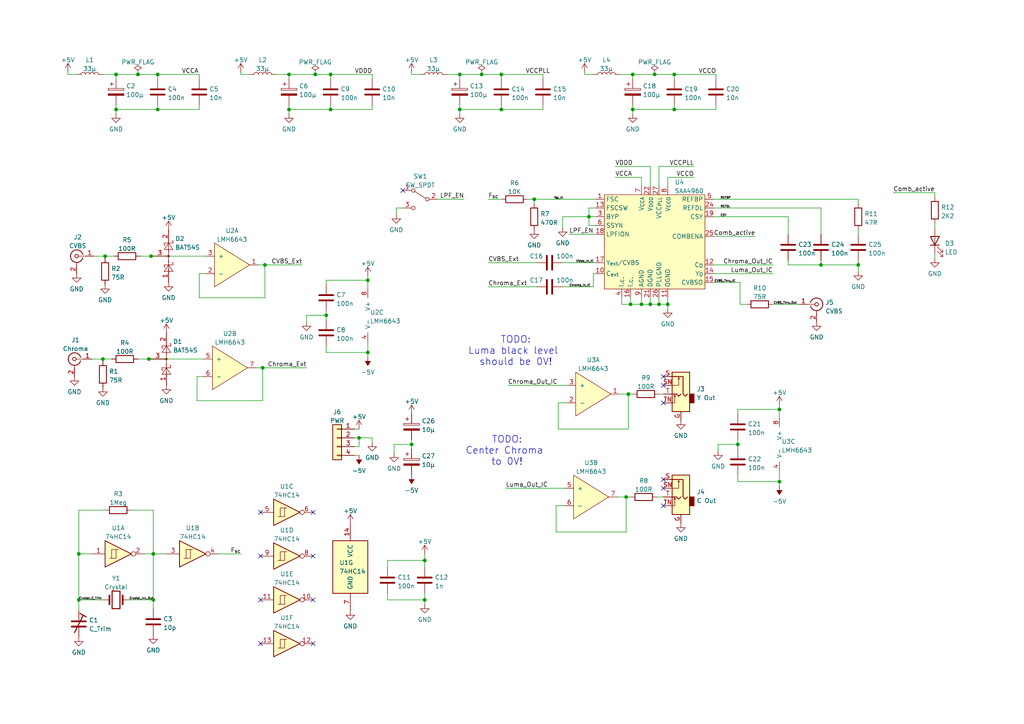
<source format=kicad_sch>
(kicad_sch (version 20250114) (generator "eeschema") (generator_version "9.0")
  (paper "A4")
  (lib_symbols
    (symbol "74xx:74HC14" (pin_names (offset 1.016))
      (property "Reference" "U" (at 0 1.27 0))
      (property "Value" "74HC14" (at 0 -1.27 0))
      (symbol "74HC14_1_0"
        (pin input line (at -7.62 0 0) (length 3.81) (name "~") (number "1"))
        (pin output inverted (at 7.62 0 180) (length 3.81) (name "~") (number "2"))
      )
      (symbol "74HC14_2_0"
        (pin input line (at -7.62 0 0) (length 3.81) (name "~") (number "3"))
        (pin output inverted (at 7.62 0 180) (length 3.81) (name "~") (number "4"))
      )
      (symbol "74HC14_3_0"
        (pin input line (at -7.62 0 0) (length 3.81) (name "~") (number "5"))
        (pin output inverted (at 7.62 0 180) (length 3.81) (name "~") (number "6"))
      )
      (symbol "74HC14_4_0"
        (pin input line (at -7.62 0 0) (length 3.81) (name "~") (number "9"))
        (pin output inverted (at 7.62 0 180) (length 3.81) (name "~") (number "8"))
      )
      (symbol "74HC14_5_0"
        (pin input line (at -7.62 0 0) (length 3.81) (name "~") (number "11"))
        (pin output inverted (at 7.62 0 180) (length 3.81) (name "~") (number "10"))
      )
      (symbol "74HC14_6_0"
        (pin input line (at -7.62 0 0) (length 3.81) (name "~") (number "13"))
        (pin output inverted (at 7.62 0 180) (length 3.81) (name "~") (number "12"))
      )
      (symbol "74HC14_7_0"
        (pin power_in line (at 0 12.7 270) (length 5.08) (name "VCC") (number "14"))
        (pin power_in line (at 0 -12.7 90) (length 5.08) (name "GND") (number "7"))
      )
    )
    (symbol "Connector:AudioJack2_Ground_Switch"
      (property "Reference" "J" (at 0 11.43 0))
      (property "Value" "AudioJack2_Ground_Switch" (at 0 8.89 0))
      (symbol "AudioJack2_Ground_Switch_1_1"
        (pin passive line (at 0 -7.62 90) (length 2.54) (name "~") (number "G"))
        (pin passive line (at 5.08 5.08 180) (length 2.54) (name "~") (number "S"))
        (pin passive line (at 5.08 2.54 180) (length 2.54) (name "~") (number "SN"))
        (pin passive line (at 5.08 0 180) (length 2.54) (name "~") (number "T"))
        (pin passive line (at 5.08 -2.54 180) (length 2.54) (name "~") (number "TN"))
      )
    )
    (symbol "Connector:Conn_Coaxial" (pin_names (offset 1.016) (hide yes))
      (property "Reference" "J" (at 0.254 3.048 0))
      (property "Value" "Conn_Coaxial" (at 2.921 0 90))
      (symbol "Conn_Coaxial_1_1"
        (pin passive line (at -5.08 0 0) (length 2.54) (name "In") (number "1"))
        (pin passive line (at 0 -5.08 90) (length 2.54) (name "Ext") (number "2"))
      )
    )
    (symbol "Connector_Generic:Conn_01x04" (pin_names (offset 1.016) (hide yes))
      (property "Reference" "J" (at 0 5.08 0))
      (property "Value" "Conn_01x04" (at 0 -7.62 0))
      (symbol "Conn_01x04_1_1"
        (pin passive line (at -5.08 2.54 0) (length 3.81) (name "Pin_1") (number "1"))
        (pin passive line (at -5.08 0 0) (length 3.81) (name "Pin_2") (number "2"))
        (pin passive line (at -5.08 -2.54 0) (length 3.81) (name "Pin_3") (number "3"))
        (pin passive line (at -5.08 -5.08 0) (length 3.81) (name "Pin_4") (number "4"))
      )
    )
    (symbol "Device:C" (pin_numbers (hide yes)) (pin_names (offset 0.254))
      (property "Reference" "C" (at 0.635 2.54 0))
      (property "Value" "C" (at 0.635 -2.54 0))
      (symbol "C_1_1"
        (pin passive line (at 0 3.81 270) (length 2.794) (name "~") (number "1"))
        (pin passive line (at 0 -3.81 90) (length 2.794) (name "~") (number "2"))
      )
    )
    (symbol "Device:C_Polarized" (pin_numbers (hide yes)) (pin_names (offset 0.254))
      (property "Reference" "C" (at 0.635 2.54 0))
      (property "Value" "C_Polarized" (at 0.635 -2.54 0))
      (symbol "C_Polarized_1_1"
        (pin passive line (at 0 3.81 270) (length 2.794) (name "~") (number "1"))
        (pin passive line (at 0 -3.81 90) (length 2.794) (name "~") (number "2"))
      )
    )
    (symbol "Device:C_Trim" (pin_numbers (hide yes)) (pin_names (offset 0.254) (hide yes))
      (property "Reference" "C" (at 1.524 -2.032 0))
      (property "Value" "C_Trim" (at 3.048 -3.556 0))
      (symbol "C_Trim_1_1"
        (pin passive line (at 0 3.81 270) (length 3.048) (name "~") (number "1"))
        (pin passive line (at 0 -3.81 90) (length 3.048) (name "~") (number "2"))
      )
    )
    (symbol "Device:Crystal" (pin_numbers (hide yes)) (pin_names (offset 1.016) (hide yes))
      (property "Reference" "Y" (at 0 3.81 0))
      (property "Value" "Crystal" (at 0 -3.81 0))
      (symbol "Crystal_1_1"
        (pin passive line (at -3.81 0 0) (length 1.27) (name "1") (number "1"))
        (pin passive line (at 3.81 0 180) (length 1.27) (name "2") (number "2"))
      )
    )
    (symbol "Device:L" (pin_numbers (hide yes)) (pin_names (offset 1.016) (hide yes))
      (property "Reference" "L" (at -1.27 0 90))
      (property "Value" "L" (at 1.905 0 90))
      (symbol "L_1_1"
        (pin passive line (at 0 3.81 270) (length 1.27) (name "1") (number "1"))
        (pin passive line (at 0 -3.81 90) (length 1.27) (name "2") (number "2"))
      )
    )
    (symbol "Device:LED" (pin_numbers (hide yes)) (pin_names (offset 1.016) (hide yes))
      (property "Reference" "D" (at 0 2.54 0))
      (property "Value" "LED" (at 0 -2.54 0))
      (symbol "LED_1_1"
        (pin passive line (at -3.81 0 0) (length 2.54) (name "K") (number "1"))
        (pin passive line (at 3.81 0 180) (length 2.54) (name "A") (number "2"))
      )
    )
    (symbol "Device:R" (pin_numbers (hide yes)) (pin_names (offset 0))
      (property "Reference" "R" (at 2.032 0 90))
      (property "Value" "R" (at 0 0 90))
      (symbol "R_1_1"
        (pin passive line (at 0 3.81 270) (length 1.27) (name "~") (number "1"))
        (pin passive line (at 0 -3.81 90) (length 1.27) (name "~") (number "2"))
      )
    )
    (symbol "Diode:BAT54S" (pin_names (offset 1.016))
      (property "Reference" "D" (at 0.635 -3.81 0))
      (property "Value" "BAT54S" (at -6.35 3.175 0))
      (symbol "BAT54S_1_1"
        (pin passive line (at -7.62 0 0) (length 3.81) (name "~") (number "1"))
        (pin passive line (at 0 -5.08 90) (length 5.08) (name "~") (number "3"))
        (pin passive line (at 7.62 0 180) (length 3.81) (name "~") (number "2"))
      )
    )
    (symbol "Switch:SW_SPDT" (pin_names (offset 0) (hide yes))
      (property "Reference" "SW" (at 0 4.318 0))
      (property "Value" "SW_SPDT" (at 0 -5.08 0))
      (symbol "SW_SPDT_1_1"
        (pin passive line (at -5.08 0 0) (length 2.54) (name "B") (number "2"))
        (pin passive line (at 5.08 2.54 180) (length 2.54) (name "A") (number "1"))
        (pin passive line (at 5.08 -2.54 180) (length 2.54) (name "C") (number "3"))
      )
    )
    (symbol "Video_Module:LMH6643" (pin_names (offset 1.016))
      (property "Reference" "U" (at 6.35 8.89 0))
      (property "Value" "LMH6643" (at 7.62 6.35 0))
      (symbol "LMH6643_1_1"
        (pin input line (at -6.35 2.54 0) (length 2.54) (name "+") (number "3"))
        (pin input line (at -6.35 -2.54 0) (length 2.54) (name "-") (number "2"))
        (pin input line (at 8.89 0 180) (length 2.54) (name "~") (number "1"))
      )
      (symbol "LMH6643_2_1"
        (pin input line (at -6.35 2.54 0) (length 2.54) (name "+") (number "5"))
        (pin input line (at -6.35 -2.54 0) (length 2.54) (name "-") (number "6"))
        (pin input line (at 8.89 0 180) (length 2.54) (name "~") (number "7"))
      )
      (symbol "LMH6643_3_1"
        (pin input line (at 0 7.62 270) (length 2.54) (name "V+") (number "8"))
        (pin input line (at 0 -7.62 90) (length 2.54) (name "V-") (number "4"))
      )
    )
    (symbol "Video_Module:SAA4960"
      (property "Reference" "U" (at -11.43 17.78 0))
      (property "Value" "SAA4960" (at -11.43 15.24 0))
      (symbol "SAA4960_1_1"
        (pin input line (at -17.145 12.065 0) (length 2.54) (name "FSC") (number "1"))
        (pin input line (at -17.145 9.525 0) (length 2.54) (name "FSCSW") (number "13"))
        (pin input line (at -17.145 6.985 0) (length 2.54) (name "BYP") (number "3"))
        (pin input line (at -17.145 4.445 0) (length 2.54) (name "SSYN") (number "6"))
        (pin input line (at -17.145 1.905 0) (length 2.54) (name "LPFION") (number "18"))
        (pin input line (at -17.145 -6.35 0) (length 2.54) (name "Y_{ext}/CVBS") (number "17"))
        (pin input line (at -17.145 -9.525 0) (length 2.54) (name "C_{ext}") (number "10"))
        (pin no_connect line (at -12.7 -16.51 90) (length 2.54) (hide yes) (name "") (number "2"))
        (pin no_connect line (at -12.7 -16.51 90) (length 2.54) (hide yes) (name "") (number "20"))
        (pin no_connect line (at -12.7 -16.51 90) (length 2.54) (hide yes) (name "") (number "23"))
        (pin no_connect line (at -12.7 -16.51 90) (length 2.54) (hide yes) (name "") (number "28"))
        (pin free line (at -9.525 -16.51 90) (length 2.54) (name "i.c.") (number "4"))
        (pin free line (at -6.985 -16.51 90) (length 2.54) (name "i.c.") (number "16"))
        (pin input line (at -3.81 15.875 270) (length 2.54) (name "V_{CCA}") (number "7"))
        (pin input line (at -3.81 -16.51 90) (length 2.54) (name "AGND") (number "9"))
        (pin input line (at -1.27 15.875 270) (length 2.54) (name "V_{DDD}") (number "22"))
        (pin input line (at -1.27 -16.51 90) (length 2.54) (name "DGND") (number "21"))
        (pin input line (at 1.27 15.875 270) (length 2.54) (name "VCC_{PLL}") (number "27"))
        (pin input line (at 1.27 -16.51 90) (length 2.54) (name "PLLGND") (number "26"))
        (pin input line (at 3.81 15.875 270) (length 2.54) (name "V_{CCO}") (number "8"))
        (pin input line (at 3.81 -16.51 90) (length 2.54) (name "OGND") (number "11"))
        (pin input line (at 17.145 12.065 180) (length 2.54) (name "REFBP") (number "5"))
        (pin input line (at 17.145 9.525 180) (length 2.54) (name "REFDL") (number "24"))
        (pin input line (at 17.145 6.985 180) (length 2.54) (name "CSY") (number "19"))
        (pin input line (at 17.145 1.27 180) (length 2.54) (name "COMBENA") (number "25"))
        (pin input line (at 17.145 -6.985 180) (length 2.54) (name "C_{O}") (number "12"))
        (pin input line (at 17.145 -9.525 180) (length 2.54) (name "Y_{O}") (number "14"))
        (pin input line (at 17.145 -12.065 180) (length 2.54) (name "CVBSO") (number "15"))
      )
    )
    (symbol "power:+5V" (power) (pin_names (offset 0))
      (property "Value" "+5V" (at 0 3.556 0))
      (symbol "+5V_1_1"
        (pin power_in line (at 0 0 90) (length 0) (hide yes) (name "+5V") (number "1"))
      )
    )
    (symbol "power:-5V" (power) (pin_names (offset 0))
      (property "Value" "-5V" (at 0 3.81 0))
      (symbol "-5V_0_0"
        (pin power_in line (at 0 0 90) (length 0) (hide yes) (name "-5V") (number "1"))
      )
    )
    (symbol "power:GND" (power) (pin_names (offset 0))
      (property "Value" "GND" (at 0 -3.81 0))
      (symbol "GND_1_1"
        (pin power_in line (at 0 0 270) (length 0) (hide yes) (name "GND") (number "1"))
      )
    )
    (symbol "power:PWR_FLAG" (power) (pin_numbers (hide yes)) (pin_names (offset 0) (hide yes))
      (property "Value" "PWR_FLAG" (at 0 3.81 0))
      (symbol "PWR_FLAG_0_0"
        (pin power_out line (at 0 0 90) (length 0) (name "pwr") (number "1"))
      )
    )
  )
  (text "TODO:\nCenter Chroma \nto 0V!" (at 147.066 130.81 0) (effects (font (size 2 2))))
  (text "TODO:\nLuma black level \nshould be 0V!" (at 149.606 101.854 0) (effects (font (size 2 2))))
  (junction (at 248.92 76.835))
  (junction (at 76.835 76.835))
  (junction (at 213.995 128.905))
  (junction (at 83.82 21.59))
  (junction (at 226.06 139.7))
  (junction (at 186.055 88.265))
  (junction (at 182.88 88.265))
  (junction (at 133.35 31.75))
  (junction (at 123.19 162.56))
  (junction (at 45.72 31.75))
  (junction (at 195.58 21.59))
  (junction (at 145.415 21.59))
  (junction (at 170.815 62.865))
  (junction (at 95.885 21.59))
  (junction (at 45.72 21.59))
  (junction (at 22.86 173.99))
  (junction (at 106.68 81.28))
  (junction (at 83.82 31.75))
  (junction (at 43.815 74.295))
  (junction (at 95.885 31.75))
  (junction (at 30.48 74.295))
  (junction (at 106.68 102.235))
  (junction (at 183.515 31.75))
  (junction (at 145.415 31.75))
  (junction (at 188.595 88.265))
  (junction (at 29.845 104.14))
  (junction (at 189.865 21.59))
  (junction (at 191.135 88.265))
  (junction (at 181.61 144.145))
  (junction (at 40.005 21.59))
  (junction (at 119.38 128.905))
  (junction (at 91.44 21.59))
  (junction (at 238.125 76.835))
  (junction (at 43.18 104.14))
  (junction (at 133.35 21.59))
  (junction (at 22.86 160.655))
  (junction (at 183.515 21.59))
  (junction (at 33.655 21.59))
  (junction (at 94.615 91.44))
  (junction (at 154.94 57.785))
  (junction (at 123.19 173.99))
  (junction (at 44.45 160.655))
  (junction (at 33.655 31.75))
  (junction (at 182.245 114.3))
  (junction (at 139.7 21.59))
  (junction (at 104.14 127))
  (junction (at 193.675 88.265))
  (junction (at 76.2 106.68))
  (junction (at 226.06 118.745))
  (junction (at 44.45 173.99))
  (junction (at 195.58 31.75))
  (no_connect (at 75.565 186.69))
  (no_connect (at 192.405 111.76))
  (no_connect (at 90.805 148.59))
  (no_connect (at 192.405 139.065))
  (no_connect (at 90.805 186.69))
  (no_connect (at 75.565 161.29))
  (no_connect (at 90.805 161.29))
  (no_connect (at 192.405 141.605))
  (no_connect (at 75.565 173.99))
  (no_connect (at 192.405 109.22))
  (no_connect (at 192.405 146.685))
  (no_connect (at 90.805 173.99))
  (no_connect (at 192.405 116.84))
  (no_connect (at 75.565 148.59))
  (no_connect (at 116.84 55.245))
  (wire (pts (xy 248.92 76.835) (xy 248.92 78.74)))
  (wire (pts (xy 95.885 31.75) (xy 95.885 30.48)))
  (wire (pts (xy 40.005 21.59) (xy 33.655 21.59)))
  (wire (pts (xy 172.72 60.325) (xy 170.815 60.325)))
  (wire (pts (xy 95.885 21.59) (xy 91.44 21.59)))
  (wire (pts (xy 104.14 127) (xy 104.14 129.54)))
  (wire (pts (xy 208.28 128.905) (xy 208.28 130.81)))
  (wire (pts (xy 182.245 114.3) (xy 179.705 114.3)))
  (wire (pts (xy 57.15 116.205) (xy 76.2 116.205)))
  (wire (pts (xy 178.435 48.26) (xy 188.595 48.26)))
  (wire (pts (xy 94.615 102.235) (xy 94.615 100.33)))
  (wire (pts (xy 57.785 86.36) (xy 76.835 86.36)))
  (wire (pts (xy 248.92 76.835) (xy 238.125 76.835)))
  (wire (pts (xy 164.465 111.76) (xy 147.32 111.76)))
  (wire (pts (xy 207.645 22.86) (xy 207.645 21.59)))
  (wire (pts (xy 104.14 127) (xy 107.95 127)))
  (wire (pts (xy 27.305 74.295) (xy 30.48 74.295)))
  (wire (pts (xy 45.72 31.75) (xy 45.72 30.48)))
  (wire (pts (xy 133.35 31.75) (xy 145.415 31.75)))
  (wire (pts (xy 226.06 139.7) (xy 213.995 139.7)))
  (wire (pts (xy 228.6 76.835) (xy 228.6 75.565)))
  (wire (pts (xy 214.63 88.265) (xy 214.63 81.915)))
  (wire (pts (xy 213.995 127.635) (xy 213.995 128.905)))
  (wire (pts (xy 163.83 146.685) (xy 161.29 146.685)))
  (wire (pts (xy 30.48 147.955) (xy 22.86 147.955)))
  (wire (pts (xy 76.835 76.835) (xy 74.93 76.835)))
  (wire (pts (xy 133.35 31.75) (xy 133.35 33.02)))
  (wire (pts (xy 33.655 30.48) (xy 33.655 31.75)))
  (wire (pts (xy 22.86 173.99) (xy 29.845 173.99)))
  (wire (pts (xy 145.415 31.75) (xy 157.48 31.75)))
  (wire (pts (xy 163.195 62.865) (xy 170.815 62.865)))
  (wire (pts (xy 193.675 51.435) (xy 193.675 53.975)))
  (wire (pts (xy 40.005 104.14) (xy 43.18 104.14)))
  (wire (pts (xy 216.535 88.265) (xy 214.63 88.265)))
  (wire (pts (xy 88.9 91.44) (xy 88.9 93.345)))
  (wire (pts (xy 119.38 21.59) (xy 121.92 21.59)))
  (wire (pts (xy 170.815 60.325) (xy 170.815 62.865)))
  (wire (pts (xy 207.01 81.915) (xy 214.63 81.915)))
  (wire (pts (xy 57.785 21.59) (xy 45.72 21.59)))
  (wire (pts (xy 69.85 20.955) (xy 69.85 21.59)))
  (wire (pts (xy 193.675 88.265) (xy 193.675 89.535)))
  (wire (pts (xy 37.465 173.99) (xy 44.45 173.99)))
  (wire (pts (xy 107.95 21.59) (xy 95.885 21.59)))
  (wire (pts (xy 153.035 57.785) (xy 154.94 57.785)))
  (wire (pts (xy 22.86 147.955) (xy 22.86 160.655)))
  (wire (pts (xy 106.68 102.235) (xy 94.615 102.235)))
  (wire (pts (xy 29.845 104.14) (xy 32.385 104.14)))
  (wire (pts (xy 107.95 31.75) (xy 107.95 30.48)))
  (wire (pts (xy 76.835 86.36) (xy 76.835 76.835)))
  (wire (pts (xy 207.01 62.865) (xy 228.6 62.865)))
  (wire (pts (xy 201.295 51.435) (xy 193.675 51.435)))
  (wire (pts (xy 91.44 21.59) (xy 83.82 21.59)))
  (wire (pts (xy 145.415 21.59) (xy 139.7 21.59)))
  (wire (pts (xy 119.38 20.955) (xy 119.38 21.59)))
  (wire (pts (xy 238.125 76.835) (xy 228.6 76.835)))
  (wire (pts (xy 207.01 57.785) (xy 248.92 57.785)))
  (wire (pts (xy 172.085 83.185) (xy 163.195 83.185)))
  (wire (pts (xy 163.195 76.2) (xy 172.72 76.2)))
  (wire (pts (xy 157.48 22.86) (xy 157.48 21.59)))
  (wire (pts (xy 104.14 129.54) (xy 102.87 129.54)))
  (wire (pts (xy 207.645 31.75) (xy 207.645 30.48)))
  (wire (pts (xy 94.615 91.44) (xy 94.615 92.71)))
  (wire (pts (xy 44.45 173.99) (xy 44.45 176.53)))
  (wire (pts (xy 170.815 62.865) (xy 172.72 62.865)))
  (wire (pts (xy 69.85 21.59) (xy 72.39 21.59)))
  (wire (pts (xy 141.605 83.185) (xy 155.575 83.185)))
  (wire (pts (xy 179.705 21.59) (xy 183.515 21.59)))
  (wire (pts (xy 213.995 128.905) (xy 213.995 130.175)))
  (wire (pts (xy 123.19 162.56) (xy 112.395 162.56)))
  (wire (pts (xy 19.685 21.59) (xy 22.225 21.59)))
  (wire (pts (xy 19.685 20.955) (xy 19.685 21.59)))
  (wire (pts (xy 271.145 55.88) (xy 271.145 57.15)))
  (wire (pts (xy 181.61 144.145) (xy 179.07 144.145)))
  (wire (pts (xy 191.135 114.3) (xy 192.405 114.3)))
  (wire (pts (xy 83.82 21.59) (xy 83.82 22.86)))
  (wire (pts (xy 182.88 144.145) (xy 181.61 144.145)))
  (wire (pts (xy 207.01 68.58) (xy 219.075 68.58)))
  (wire (pts (xy 95.885 31.75) (xy 107.95 31.75)))
  (wire (pts (xy 226.06 121.285) (xy 226.06 118.745)))
  (wire (pts (xy 29.845 21.59) (xy 33.655 21.59)))
  (wire (pts (xy 83.82 30.48) (xy 83.82 31.75)))
  (wire (pts (xy 44.45 147.955) (xy 44.45 160.655)))
  (wire (pts (xy 195.58 31.75) (xy 195.58 30.48)))
  (wire (pts (xy 107.95 22.86) (xy 107.95 21.59)))
  (wire (pts (xy 226.06 136.525) (xy 226.06 139.7)))
  (wire (pts (xy 188.595 48.26) (xy 188.595 53.975)))
  (wire (pts (xy 59.055 109.22) (xy 57.15 109.22)))
  (wire (pts (xy 180.34 88.265) (xy 182.88 88.265)))
  (wire (pts (xy 157.48 21.59) (xy 145.415 21.59)))
  (wire (pts (xy 190.5 144.145) (xy 192.405 144.145)))
  (wire (pts (xy 30.48 74.295) (xy 30.48 74.93)))
  (wire (pts (xy 22.86 160.655) (xy 26.67 160.655)))
  (wire (pts (xy 123.19 173.99) (xy 123.19 175.26)))
  (wire (pts (xy 43.18 104.14) (xy 59.055 104.14)))
  (wire (pts (xy 22.86 177.165) (xy 22.86 173.99)))
  (wire (pts (xy 157.48 31.75) (xy 157.48 30.48)))
  (wire (pts (xy 114.935 62.23) (xy 114.935 60.325)))
  (wire (pts (xy 271.145 66.04) (xy 271.145 64.77)))
  (wire (pts (xy 123.19 172.085) (xy 123.19 173.99)))
  (wire (pts (xy 106.68 99.06) (xy 106.68 102.235)))
  (wire (pts (xy 188.595 88.265) (xy 191.135 88.265)))
  (wire (pts (xy 213.995 118.745) (xy 213.995 120.015)))
  (wire (pts (xy 145.415 31.75) (xy 145.415 30.48)))
  (wire (pts (xy 114.3 128.905) (xy 119.38 128.905)))
  (wire (pts (xy 183.515 30.48) (xy 183.515 31.75)))
  (wire (pts (xy 33.655 31.75) (xy 33.655 33.02)))
  (wire (pts (xy 172.085 83.185) (xy 172.085 79.375)))
  (wire (pts (xy 182.88 86.36) (xy 182.88 88.265)))
  (wire (pts (xy 193.675 86.36) (xy 193.675 88.265)))
  (wire (pts (xy 154.94 57.785) (xy 154.94 59.055)))
  (wire (pts (xy 123.19 173.99) (xy 112.395 173.99)))
  (wire (pts (xy 123.19 160.655) (xy 123.19 162.56)))
  (wire (pts (xy 94.615 91.44) (xy 88.9 91.44)))
  (wire (pts (xy 191.135 48.26) (xy 191.135 53.975)))
  (wire (pts (xy 248.92 57.785) (xy 248.92 59.055)))
  (wire (pts (xy 119.38 130.175) (xy 119.38 128.905)))
  (wire (pts (xy 181.61 154.305) (xy 181.61 144.145)))
  (wire (pts (xy 186.055 51.435) (xy 186.055 53.975)))
  (wire (pts (xy 189.865 21.59) (xy 183.515 21.59)))
  (wire (pts (xy 107.95 128.27) (xy 107.95 127)))
  (wire (pts (xy 133.35 30.48) (xy 133.35 31.75)))
  (wire (pts (xy 161.925 124.46) (xy 182.245 124.46)))
  (wire (pts (xy 186.055 86.36) (xy 186.055 88.265)))
  (wire (pts (xy 114.3 131.445) (xy 114.3 128.905)))
  (wire (pts (xy 63.5 160.655) (xy 69.85 160.655)))
  (wire (pts (xy 182.245 124.46) (xy 182.245 114.3)))
  (wire (pts (xy 226.06 139.7) (xy 226.06 140.97)))
  (wire (pts (xy 40.64 74.295) (xy 43.815 74.295)))
  (wire (pts (xy 201.295 48.26) (xy 191.135 48.26)))
  (wire (pts (xy 29.845 104.14) (xy 29.845 104.775)))
  (wire (pts (xy 112.395 173.99) (xy 112.395 172.085)))
  (wire (pts (xy 45.72 21.59) (xy 40.005 21.59)))
  (wire (pts (xy 112.395 162.56) (xy 112.395 164.465)))
  (wire (pts (xy 191.135 86.36) (xy 191.135 88.265)))
  (wire (pts (xy 104.14 124.46) (xy 102.87 124.46)))
  (wire (pts (xy 191.135 88.265) (xy 193.675 88.265)))
  (wire (pts (xy 94.615 81.28) (xy 106.68 81.28)))
  (wire (pts (xy 195.58 22.86) (xy 195.58 21.59)))
  (wire (pts (xy 129.54 21.59) (xy 133.35 21.59)))
  (wire (pts (xy 106.68 83.82) (xy 106.68 81.28)))
  (wire (pts (xy 271.145 74.93) (xy 271.145 73.66)))
  (wire (pts (xy 57.785 79.375) (xy 57.785 86.36)))
  (wire (pts (xy 57.15 109.22) (xy 57.15 116.205)))
  (wire (pts (xy 169.545 21.59) (xy 172.085 21.59)))
  (wire (pts (xy 106.68 80.01) (xy 106.68 81.28)))
  (wire (pts (xy 186.055 88.265) (xy 188.595 88.265)))
  (wire (pts (xy 178.435 51.435) (xy 186.055 51.435)))
  (wire (pts (xy 207.01 60.325) (xy 238.125 60.325)))
  (wire (pts (xy 44.45 160.655) (xy 41.91 160.655)))
  (wire (pts (xy 163.195 66.04) (xy 163.195 62.865)))
  (wire (pts (xy 141.605 76.2) (xy 155.575 76.2)))
  (wire (pts (xy 182.88 88.265) (xy 186.055 88.265)))
  (wire (pts (xy 213.995 128.905) (xy 208.28 128.905)))
  (wire (pts (xy 43.815 74.295) (xy 59.69 74.295)))
  (wire (pts (xy 141.605 57.785) (xy 145.415 57.785)))
  (wire (pts (xy 182.245 114.3) (xy 183.515 114.3)))
  (wire (pts (xy 161.29 146.685) (xy 161.29 154.305)))
  (wire (pts (xy 106.68 102.235) (xy 106.68 103.505)))
  (wire (pts (xy 123.19 162.56) (xy 123.19 164.465)))
  (wire (pts (xy 170.815 62.865) (xy 170.815 65.405)))
  (wire (pts (xy 87.63 76.835) (xy 76.835 76.835)))
  (wire (pts (xy 271.145 55.88) (xy 259.08 55.88)))
  (wire (pts (xy 183.515 21.59) (xy 183.515 22.86)))
  (wire (pts (xy 45.72 22.86) (xy 45.72 21.59)))
  (wire (pts (xy 161.925 116.84) (xy 161.925 124.46)))
  (wire (pts (xy 183.515 31.75) (xy 183.515 33.02)))
  (wire (pts (xy 44.45 160.655) (xy 48.26 160.655)))
  (wire (pts (xy 180.34 86.36) (xy 180.34 88.265)))
  (wire (pts (xy 83.82 31.75) (xy 83.82 33.02)))
  (wire (pts (xy 83.82 31.75) (xy 95.885 31.75)))
  (wire (pts (xy 30.48 74.295) (xy 33.02 74.295)))
  (wire (pts (xy 228.6 62.865) (xy 228.6 67.945)))
  (wire (pts (xy 59.69 79.375) (xy 57.785 79.375)))
  (wire (pts (xy 172.72 65.405) (xy 170.815 65.405)))
  (wire (pts (xy 154.94 57.785) (xy 172.72 57.785)))
  (wire (pts (xy 163.83 141.605) (xy 146.685 141.605)))
  (wire (pts (xy 172.085 79.375) (xy 172.72 79.375)))
  (wire (pts (xy 114.935 60.325) (xy 116.84 60.325)))
  (wire (pts (xy 145.415 22.86) (xy 145.415 21.59)))
  (wire (pts (xy 195.58 31.75) (xy 207.645 31.75)))
  (wire (pts (xy 38.1 147.955) (xy 44.45 147.955)))
  (wire (pts (xy 161.29 154.305) (xy 181.61 154.305)))
  (wire (pts (xy 22.86 160.655) (xy 22.86 173.99)))
  (wire (pts (xy 213.995 139.7) (xy 213.995 137.795)))
  (wire (pts (xy 33.655 31.75) (xy 45.72 31.75)))
  (wire (pts (xy 183.515 31.75) (xy 195.58 31.75)))
  (wire (pts (xy 207.01 79.375) (xy 224.155 79.375)))
  (wire (pts (xy 134.62 57.785) (xy 127 57.785)))
  (wire (pts (xy 57.785 22.86) (xy 57.785 21.59)))
  (wire (pts (xy 133.35 21.59) (xy 133.35 22.86)))
  (wire (pts (xy 94.615 90.17) (xy 94.615 91.44)))
  (wire (pts (xy 207.01 76.835) (xy 224.155 76.835)))
  (wire (pts (xy 238.125 60.325) (xy 238.125 67.945)))
  (wire (pts (xy 248.92 67.945) (xy 248.92 66.675)))
  (wire (pts (xy 238.125 75.565) (xy 238.125 76.835)))
  (wire (pts (xy 33.655 21.59) (xy 33.655 22.86)))
  (wire (pts (xy 44.45 160.655) (xy 44.45 173.99)))
  (wire (pts (xy 164.465 116.84) (xy 161.925 116.84)))
  (wire (pts (xy 76.2 116.205) (xy 76.2 106.68)))
  (wire (pts (xy 165.1 67.945) (xy 172.72 67.945)))
  (wire (pts (xy 231.775 88.265) (xy 224.155 88.265)))
  (wire (pts (xy 102.87 127) (xy 104.14 127)))
  (wire (pts (xy 88.9 106.68) (xy 76.2 106.68)))
  (wire (pts (xy 94.615 81.28) (xy 94.615 82.55)))
  (wire (pts (xy 139.7 21.59) (xy 133.35 21.59)))
  (wire (pts (xy 57.785 31.75) (xy 57.785 30.48)))
  (wire (pts (xy 104.14 132.08) (xy 102.87 132.08)))
  (wire (pts (xy 80.01 21.59) (xy 83.82 21.59)))
  (wire (pts (xy 195.58 21.59) (xy 189.865 21.59)))
  (wire (pts (xy 248.92 75.565) (xy 248.92 76.835)))
  (wire (pts (xy 188.595 86.36) (xy 188.595 88.265)))
  (wire (pts (xy 74.295 106.68) (xy 76.2 106.68)))
  (wire (pts (xy 226.06 117.475) (xy 226.06 118.745)))
  (wire (pts (xy 26.67 104.14) (xy 29.845 104.14)))
  (wire (pts (xy 169.545 20.955) (xy 169.545 21.59)))
  (wire (pts (xy 119.38 128.905) (xy 119.38 127.635)))
  (wire (pts (xy 95.885 22.86) (xy 95.885 21.59)))
  (wire (pts (xy 213.995 118.745) (xy 226.06 118.745)))
  (wire (pts (xy 207.645 21.59) (xy 195.58 21.59)))
  (wire (pts (xy 45.72 31.75) (xy 57.785 31.75)))
  (label "Comb_active" (at 219.075 68.58 180))
  (label "REFDL" (at 208.915 60.325 0) (effects (font (size 0.6 0.6))))
  (label "Chroma_Ext" (at 88.9 106.68 180))
  (label "Luma_Out_IC" (at 146.685 141.605 0))
  (label "VCCO" (at 202.565 21.59 0))
  (label "CVBS_Thru_IC" (at 213.36 81.915 180) (effects (font (size 0.6 0.6))))
  (label "REFBP" (at 208.915 57.785 0) (effects (font (size 0.6 0.6))))
  (label "Chroma_Out_IC" (at 224.155 76.835 180))
  (label "F_{sc}" (at 141.605 57.785 0))
  (label "VCCPLL" (at 201.295 48.26 180))
  (label "VDDD" (at 178.435 48.26 0))
  (label "VCCO" (at 201.295 51.435 180))
  (label "Video_In_IC" (at 167.005 76.2 0) (effects (font (size 0.6 0.6))))
  (label "Chroma_Ext" (at 141.605 83.185 0))
  (label "VCCA" (at 178.435 51.435 0))
  (label "CVBS_Ext" (at 141.605 76.2 0))
  (label "F_{sc}" (at 69.85 160.655 180))
  (label "CVBS_Ext" (at 87.63 76.835 180))
  (label "f_{SC}_In" (at 160.655 57.785 0) (effects (font (size 0.6 0.6))))
  (label "VCCA" (at 52.705 21.59 0))
  (label "Luma_Out_IC" (at 224.155 79.375 180))
  (label "Chroma_In_IC" (at 165.1 83.185 0) (effects (font (size 0.6 0.6))))
  (label "VDDD" (at 102.87 21.59 0))
  (label "CSY" (at 208.915 62.865 0) (effects (font (size 0.6 0.6))))
  (label "Crystal_C_Trim" (at 22.86 173.99 0) (effects (font (size 0.6 0.6))))
  (label "VCCPLL" (at 152.4 21.59 0))
  (label "LPF_EN" (at 134.62 57.785 180))
  (label "Chroma_Out_IC" (at 147.32 111.76 0))
  (label "LPF_EN" (at 165.1 67.945 0))
  (label "CVBS_Thru_Out" (at 231.14 88.265 180) (effects (font (size 0.6 0.6))))
  (label "Comb_active" (at 259.08 55.88 0))
  (label "Crystal_Inv_Out" (at 37.465 173.99 0) (effects (font (size 0.6 0.6))))
  (symbol (lib_id "power:+5V") (at 104.14 124.46 0) (unit 1)
    (property "Reference" "#PWR0140" (effects (hide yes)))
    (property "Value" "+5V" (at 104.14 120.8842 0))
  )
  (symbol (lib_id "Device:R") (at 248.92 62.865 0) (unit 1)
    (property "Reference" "R11" (at 250.698 62.0303 0) (effects (justify left)))
    (property "Value" "47R" (at 250.698 64.5672 0) (effects (justify left)))
    (property "Footprint" "Allgemein:R_0805" (effects (hide yes)))
  )
  (symbol (lib_id "Connector:AudioJack2_Ground_Switch") (at 197.485 114.3 0) (mirror y) (unit 1)
    (property "Reference" "J3" (at 202.057 112.8303 0) (effects (justify right)))
    (property "Value" "Y Out" (at 202.057 115.3672 0) (effects (justify right)))
    (property "Footprint" "Allgemein:3_5_mm_Buchse_EBS_35" (effects (hide yes)))
  )
  (symbol (lib_id "Device:L") (at 125.73 21.59 90) (unit 1)
    (property "Reference" "L3" (at 125.73 17.3822 90))
    (property "Value" "33µ" (at 125.73 19.9191 90))
    (property "Footprint" "Allgemein:Bourns SRN5040-330M" (effects (hide yes)))
  )
  (symbol (lib_id "power:+5V") (at 226.06 117.475 0) (unit 1)
    (property "Reference" "#PWR0134" (effects (hide yes)))
    (property "Value" "+5V" (at 226.06 113.8992 0))
  )
  (symbol (lib_id "Device:C_Polarized") (at 119.38 123.825 0) (unit 1)
    (property "Reference" "C26" (at 122.301 122.1013 0) (effects (justify left)))
    (property "Value" "10µ" (at 122.301 124.6382 0) (effects (justify left)))
    (property "Footprint" "Capacitor_THT:CP_Radial_D8.0mm_P3.50mm" (effects (hide yes)))
  )
  (symbol (lib_id "Video_Module:LMH6643") (at 170.18 144.145 0) (unit 2)
    (property "Reference" "U3" (at 171.45 134.2222 0))
    (property "Value" "LMH6643" (at 171.45 136.7591 0))
    (property "Footprint" "Allgemein:SOIC-8_no_mark" (effects (hide yes)))
  )
  (symbol (lib_id "Device:C") (at 145.415 26.67 0) (unit 1)
    (property "Reference" "C14" (at 148.336 25.8353 0) (effects (justify left)))
    (property "Value" "100n" (at 148.336 28.3722 0) (effects (justify left)))
    (property "Footprint" "Allgemein:C_0805" (effects (hide yes)))
  )
  (symbol (lib_id "power:GND") (at 114.3 131.445 0) (mirror y) (unit 1)
    (property "Reference" "#PWR0141" (effects (hide yes)))
    (property "Value" "GND" (at 114.3 135.8884 0))
  )
  (symbol (lib_id "power:PWR_FLAG") (at 189.865 21.59 0) (unit 1)
    (property "Reference" "#FLG0104" (effects (hide yes)))
    (property "Value" "PWR_FLAG" (at 189.865 18.0142 0))
  )
  (symbol (lib_id "power:GND") (at 183.515 33.02 0) (unit 1)
    (property "Reference" "#PWR0137" (effects (hide yes)))
    (property "Value" "GND" (at 183.515 37.4634 0))
  )
  (symbol (lib_id "power:-5V") (at 119.38 137.795 180) (unit 1)
    (property "Reference" "#PWR0142" (effects (hide yes)))
    (property "Value" "-5V" (at 119.38 142.2384 0))
  )
  (symbol (lib_id "74xx:74HC14") (at 83.185 173.99 0) (unit 5)
    (property "Reference" "U1" (at 83.185 166.4802 0))
    (property "Value" "74HC14" (at 83.185 169.0171 0))
    (property "Footprint" "Allgemein:SOIC-14_no_mark" (effects (hide yes)))
    (property "Datasheet" "http://www.ti.com/lit/gpn/sn74HC14" (effects (hide yes)))
  )
  (symbol (lib_id "Connector:Conn_Coaxial") (at 22.225 74.295 0) (mirror y) (unit 1)
    (property "Reference" "J2" (at 22.5424 68.7686 0))
    (property "Value" "CVBS" (at 22.5424 71.3055 0))
    (property "Footprint" "Allgemein:Cinch_Gewinkelt" (effects (hide yes)))
    (property "Datasheet" " ~" (effects (hide yes)))
  )
  (symbol (lib_id "Device:C") (at 45.72 26.67 0) (unit 1)
    (property "Reference" "C4" (at 48.641 25.8353 0) (effects (justify left)))
    (property "Value" "100n" (at 48.641 28.3722 0) (effects (justify left)))
    (property "Footprint" "Allgemein:C_0805" (effects (hide yes)))
  )
  (symbol (lib_id "Video_Module:LMH6643") (at 65.405 106.68 0) (unit 2)
    (property "Reference" "U2" (at 66.675 96.7572 0))
    (property "Value" "LMH6643" (at 66.675 99.2941 0))
    (property "Footprint" "Allgemein:SOIC-8_no_mark" (effects (hide yes)))
  )
  (symbol (lib_id "Diode:BAT54S") (at 48.895 74.295 270) (mirror x) (unit 1)
    (property "Reference" "D2" (at 50.8 69.2181 90) (effects (justify left)))
    (property "Value" "BAT54S" (at 50.8 71.755 90) (effects (justify left)))
    (property "Footprint" "Package_TO_SOT_SMD:SOT-23" (effects (hide yes)))
    (property "Datasheet" "https://www.diodes.com/assets/Datasheets/ds11005.pdf" (effects (hide yes)))
  )
  (symbol (lib_id "Device:Crystal") (at 33.655 173.99 0) (unit 1)
    (property "Reference" "Y1" (at 33.655 167.7248 0))
    (property "Value" "Crystal" (at 33.655 170.2617 0))
    (property "Footprint" "Crystal:Crystal_HC49-U_Vertical" (effects (hide yes)))
  )
  (symbol (lib_id "power:GND") (at 22.225 79.375 0) (unit 1)
    (property "Reference" "#PWR0116" (effects (hide yes)))
    (property "Value" "GND" (at 22.225 83.8184 0))
  )
  (symbol (lib_id "Device:C") (at 213.995 123.825 0) (unit 1)
    (property "Reference" "C21" (at 216.916 122.9903 0) (effects (justify left)))
    (property "Value" "100n" (at 216.916 125.5272 0) (effects (justify left)))
    (property "Footprint" "Allgemein:C_0805" (effects (hide yes)))
  )
  (symbol (lib_id "power:GND") (at 193.675 89.535 0) (unit 1)
    (property "Reference" "#PWR0131" (effects (hide yes)))
    (property "Value" "GND" (at 193.675 93.9784 0))
  )
  (symbol (lib_id "Device:C") (at 112.395 168.275 0) (unit 1)
    (property "Reference" "C11" (at 115.316 167.4403 0) (effects (justify left)))
    (property "Value" "100n" (at 115.316 169.9772 0) (effects (justify left)))
    (property "Footprint" "Allgemein:C_0805" (effects (hide yes)))
  )
  (symbol (lib_id "Device:LED") (at 271.145 69.85 90) (unit 1)
    (property "Reference" "D3" (at 274.066 70.6028 90) (effects (justify right)))
    (property "Value" "LED" (at 274.066 73.1397 90) (effects (justify right)))
    (property "Footprint" "LED_THT:LED_D5.0mm" (effects (hide yes)))
  )
  (symbol (lib_id "power:GND") (at 197.485 151.765 0) (mirror y) (unit 1)
    (property "Reference" "#PWR0130" (effects (hide yes)))
    (property "Value" "GND" (at 197.485 156.2084 0))
  )
  (symbol (lib_id "Device:L") (at 175.895 21.59 90) (unit 1)
    (property "Reference" "L4" (at 175.895 17.3822 90))
    (property "Value" "33µ" (at 175.895 19.9191 90))
    (property "Footprint" "Allgemein:Bourns SRN5040-330M" (effects (hide yes)))
  )
  (symbol (lib_id "Video_Module:LMH6643") (at 106.68 91.44 0) (unit 3)
    (property "Reference" "U2" (at 107.315 90.6053 0) (effects (justify left)))
    (property "Value" "LMH6643" (at 107.315 93.1422 0) (effects (justify left)))
    (property "Footprint" "Allgemein:SOIC-8_no_mark" (effects (hide yes)))
  )
  (symbol (lib_id "Connector:AudioJack2_Ground_Switch") (at 197.485 144.145 0) (mirror y) (unit 1)
    (property "Reference" "J4" (at 202.057 142.6753 0) (effects (justify right)))
    (property "Value" "C Out" (at 202.057 145.2122 0) (effects (justify right)))
    (property "Footprint" "Allgemein:3_5_mm_Buchse_EBS_35" (effects (hide yes)))
  )
  (symbol (lib_id "Device:R") (at 149.225 57.785 90) (unit 1)
    (property "Reference" "R6" (at 149.225 53.0692 90))
    (property "Value" "10K" (at 149.225 55.6061 90))
    (property "Footprint" "Allgemein:R_0805" (effects (hide yes)))
  )
  (symbol (lib_id "Device:R") (at 154.94 62.865 180) (unit 1)
    (property "Reference" "R7" (at 156.718 62.0303 0) (effects (justify right)))
    (property "Value" "470R" (at 156.718 64.5672 0) (effects (justify right)))
    (property "Footprint" "Allgemein:R_0805" (effects (hide yes)))
  )
  (symbol (lib_id "Connector:Conn_Coaxial") (at 236.855 88.265 0) (unit 1)
    (property "Reference" "J5" (at 239.3951 87.7235 0) (effects (justify left)))
    (property "Value" "CVBS" (at 239.3951 90.2604 0) (effects (justify left)))
    (property "Footprint" "Allgemein:BNC_Free" (effects (hide yes)))
    (property "Datasheet" " ~" (effects (hide yes)))
  )
  (symbol (lib_id "Device:C") (at 123.19 168.275 0) (unit 1)
    (property "Reference" "C12" (at 126.111 167.4403 0) (effects (justify left)))
    (property "Value" "1n" (at 126.111 169.9772 0) (effects (justify left)))
    (property "Footprint" "Allgemein:C_0805" (effects (hide yes)))
  )
  (symbol (lib_id "74xx:74HC14") (at 83.185 186.69 0) (unit 6)
    (property "Reference" "U1" (at 83.185 179.1802 0))
    (property "Value" "74HC14" (at 83.185 181.7171 0))
    (property "Footprint" "Allgemein:SOIC-14_no_mark" (effects (hide yes)))
    (property "Datasheet" "http://www.ti.com/lit/gpn/sn74HC14" (effects (hide yes)))
  )
  (symbol (lib_id "Device:C") (at 159.385 76.2 90) (unit 1)
    (property "Reference" "C16" (at 155.575 74.295 90))
    (property "Value" "100n" (at 163.83 74.295 90))
    (property "Footprint" "Allgemein:C_0805" (effects (hide yes)))
  )
  (symbol (lib_id "Device:C") (at 57.785 26.67 0) (unit 1)
    (property "Reference" "C5" (at 60.706 25.8353 0) (effects (justify left)))
    (property "Value" "10n" (at 60.706 28.3722 0) (effects (justify left)))
    (property "Footprint" "Allgemein:C_0805" (effects (hide yes)))
  )
  (symbol (lib_id "power:PWR_FLAG") (at 139.7 21.59 0) (unit 1)
    (property "Reference" "#FLG0103" (effects (hide yes)))
    (property "Value" "PWR_FLAG" (at 139.7 18.0142 0))
  )
  (symbol (lib_id "power:+5V") (at 119.38 120.015 0) (unit 1)
    (property "Reference" "#PWR0143" (effects (hide yes)))
    (property "Value" "+5V" (at 119.38 116.4392 0))
  )
  (symbol (lib_id "Device:C") (at 207.645 26.67 0) (unit 1)
    (property "Reference" "C20" (at 210.566 25.8353 0) (effects (justify left)))
    (property "Value" "10n" (at 210.566 28.3722 0) (effects (justify left)))
    (property "Footprint" "Allgemein:C_0805" (effects (hide yes)))
  )
  (symbol (lib_id "power:-5V") (at 226.06 140.97 180) (unit 1)
    (property "Reference" "#PWR0136" (effects (hide yes)))
    (property "Value" "-5V" (at 226.06 145.4134 0))
  )
  (symbol (lib_id "power:GND") (at 208.28 130.81 0) (mirror y) (unit 1)
    (property "Reference" "#PWR0135" (effects (hide yes)))
    (property "Value" "GND" (at 208.28 135.2534 0))
  )
  (symbol (lib_id "Device:R") (at 220.345 88.265 90) (unit 1)
    (property "Reference" "R10" (at 220.345 83.5492 90))
    (property "Value" "75R" (at 220.345 86.0861 90))
    (property "Footprint" "Allgemein:R_0805" (effects (hide yes)))
  )
  (symbol (lib_id "74xx:74HC14") (at 101.6 164.465 0) (unit 7)
    (property "Reference" "U1" (at 98.425 163.195 0) (effects (justify left)))
    (property "Value" "74HC14" (at 98.425 165.7319 0) (effects (justify left)))
    (property "Footprint" "Allgemein:SOIC-14_no_mark" (effects (hide yes)))
    (property "Datasheet" "http://www.ti.com/lit/gpn/sn74HC14" (effects (hide yes)))
  )
  (symbol (lib_id "Video_Module:LMH6643") (at 170.815 114.3 0) (unit 1)
    (property "Reference" "U3" (at 172.085 104.3772 0))
    (property "Value" "LMH6643" (at 172.085 106.9141 0))
    (property "Footprint" "Allgemein:SOIC-8_no_mark" (effects (hide yes)))
  )
  (symbol (lib_id "Device:C_Polarized") (at 33.655 26.67 0) (unit 1)
    (property "Reference" "C2" (at 36.576 24.9463 0) (effects (justify left)))
    (property "Value" "100µ" (at 36.576 27.4832 0) (effects (justify left)))
    (property "Footprint" "Capacitor_THT:CP_Radial_D8.0mm_P3.50mm" (effects (hide yes)))
  )
  (symbol (lib_id "Device:R") (at 34.29 147.955 90) (unit 1)
    (property "Reference" "R3" (at 34.29 143.2392 90))
    (property "Value" "1Meg" (at 34.29 145.7761 90))
    (property "Footprint" "Allgemein:R_0805" (effects (hide yes)))
  )
  (symbol (lib_id "Switch:SW_SPDT") (at 121.92 57.785 0) (mirror y) (unit 1)
    (property "Reference" "SW1" (at 121.92 51.1642 0))
    (property "Value" "SW_SPDT" (at 121.92 53.7011 0))
    (property "Footprint" "Allgemein:Schalter" (effects (hide yes)))
  )
  (symbol (lib_id "Device:R") (at 29.845 108.585 0) (unit 1)
    (property "Reference" "R1" (at 31.623 107.7503 0) (effects (justify left)))
    (property "Value" "75R" (at 31.623 110.2872 0) (effects (justify left)))
    (property "Footprint" "Allgemein:R_0805" (effects (hide yes)))
  )
  (symbol (lib_id "power:GND") (at 48.26 111.76 0) (unit 1)
    (property "Reference" "#PWR0121" (effects (hide yes)))
    (property "Value" "GND" (at 48.26 116.2034 0))
  )
  (symbol (lib_id "Device:C") (at 94.615 96.52 0) (unit 1)
    (property "Reference" "C8" (at 97.536 95.6853 0) (effects (justify left)))
    (property "Value" "100n" (at 97.536 98.2222 0) (effects (justify left)))
    (property "Footprint" "Allgemein:C_0805" (effects (hide yes)))
  )
  (symbol (lib_id "power:+5V") (at 19.685 20.955 0) (unit 1)
    (property "Reference" "#PWR0105" (effects (hide yes)))
    (property "Value" "+5V" (at 19.685 17.3792 0))
  )
  (symbol (lib_id "power:+5V") (at 48.26 96.52 0) (unit 1)
    (property "Reference" "#PWR0120" (effects (hide yes)))
    (property "Value" "+5V" (at 48.26 92.9442 0))
  )
  (symbol (lib_id "power:PWR_FLAG") (at 40.005 21.59 0) (unit 1)
    (property "Reference" "#FLG0102" (effects (hide yes)))
    (property "Value" "PWR_FLAG" (at 40.005 18.0142 0))
  )
  (symbol (lib_id "Video_Module:LMH6643") (at 66.04 76.835 0) (unit 1)
    (property "Reference" "U2" (at 67.31 66.9122 0))
    (property "Value" "LMH6643" (at 67.31 69.4491 0))
    (property "Footprint" "Allgemein:SOIC-8_no_mark" (effects (hide yes)))
  )
  (symbol (lib_id "Device:C") (at 195.58 26.67 0) (unit 1)
    (property "Reference" "C19" (at 198.501 25.8353 0) (effects (justify left)))
    (property "Value" "100n" (at 198.501 28.3722 0) (effects (justify left)))
    (property "Footprint" "Allgemein:C_0805" (effects (hide yes)))
  )
  (symbol (lib_id "power:+5V") (at 106.68 80.01 0) (unit 1)
    (property "Reference" "#PWR0114" (effects (hide yes)))
    (property "Value" "+5V" (at 106.68 76.4342 0))
  )
  (symbol (lib_id "Device:R") (at 186.69 144.145 90) (unit 1)
    (property "Reference" "R8" (at 186.69 139.4292 90))
    (property "Value" "100R" (at 186.69 141.9661 90))
    (property "Footprint" "Allgemein:R_0805" (effects (hide yes)))
  )
  (symbol (lib_id "Device:C") (at 228.6 71.755 0) (unit 1)
    (property "Reference" "C23" (at 231.521 70.9203 0) (effects (justify left)))
    (property "Value" "100n" (at 231.521 73.4572 0) (effects (justify left)))
    (property "Footprint" "Allgemein:C_0805" (effects (hide yes)))
  )
  (symbol (lib_id "Device:C") (at 159.385 83.185 90) (unit 1)
    (property "Reference" "C17" (at 155.575 81.28 90))
    (property "Value" "100n" (at 163.83 81.28 90))
    (property "Footprint" "Allgemein:C_0805" (effects (hide yes)))
  )
  (symbol (lib_id "power:GND") (at 271.145 74.93 0) (unit 1)
    (property "Reference" "#PWR0127" (effects (hide yes)))
    (property "Value" "GND" (at 271.145 79.3734 0))
  )
  (symbol (lib_id "power:PWR_FLAG") (at 91.44 21.59 0) (unit 1)
    (property "Reference" "#FLG0101" (effects (hide yes)))
    (property "Value" "PWR_FLAG" (at 91.44 18.0142 0))
  )
  (symbol (lib_id "power:+5V") (at 69.85 20.955 0) (unit 1)
    (property "Reference" "#PWR0102" (effects (hide yes)))
    (property "Value" "+5V" (at 69.85 17.3792 0))
  )
  (symbol (lib_id "power:+5V") (at 119.38 20.955 0) (unit 1)
    (property "Reference" "#PWR0101" (effects (hide yes)))
    (property "Value" "+5V" (at 119.38 17.3792 0))
  )
  (symbol (lib_id "power:+5V") (at 48.895 66.675 0) (unit 1)
    (property "Reference" "#PWR0119" (effects (hide yes)))
    (property "Value" "+5V" (at 48.895 63.0992 0))
  )
  (symbol (lib_id "Device:C") (at 248.92 71.755 0) (unit 1)
    (property "Reference" "C25" (at 251.841 70.9203 0) (effects (justify left)))
    (property "Value" "100n" (at 251.841 73.4572 0) (effects (justify left)))
    (property "Footprint" "Allgemein:C_0805" (effects (hide yes)))
  )
  (symbol (lib_id "Device:R") (at 36.83 74.295 90) (unit 1)
    (property "Reference" "R5" (at 36.83 69.5792 90))
    (property "Value" "100R" (at 36.83 72.1161 90))
    (property "Footprint" "Allgemein:R_0805" (effects (hide yes)))
  )
  (symbol (lib_id "Device:C") (at 95.885 26.67 0) (unit 1)
    (property "Reference" "C9" (at 98.806 25.8353 0) (effects (justify left)))
    (property "Value" "100n" (at 98.806 28.3722 0) (effects (justify left)))
    (property "Footprint" "Allgemein:C_0805" (effects (hide yes)))
  )
  (symbol (lib_id "74xx:74HC14") (at 83.185 161.29 0) (unit 4)
    (property "Reference" "U1" (at 83.185 153.7802 0))
    (property "Value" "74HC14" (at 83.185 156.3171 0))
    (property "Footprint" "Allgemein:SOIC-14_no_mark" (effects (hide yes)))
    (property "Datasheet" "http://www.ti.com/lit/gpn/sn74HC14" (effects (hide yes)))
  )
  (symbol (lib_id "power:GND") (at 48.895 81.915 0) (unit 1)
    (property "Reference" "#PWR0118" (effects (hide yes)))
    (property "Value" "GND" (at 48.895 86.3584 0))
  )
  (symbol (lib_id "Device:C_Polarized") (at 133.35 26.67 0) (unit 1)
    (property "Reference" "C13" (at 136.271 24.9463 0) (effects (justify left)))
    (property "Value" "100µ" (at 136.271 27.4832 0) (effects (justify left)))
    (property "Footprint" "Capacitor_THT:CP_Radial_D8.0mm_P3.50mm" (effects (hide yes)))
  )
  (symbol (lib_id "power:+5V") (at 101.6 151.765 0) (unit 1)
    (property "Reference" "#PWR0109" (effects (hide yes)))
    (property "Value" "+5V" (at 101.6 148.1892 0))
  )
  (symbol (lib_id "power:GND") (at 30.48 82.55 0) (unit 1)
    (property "Reference" "#PWR0117" (effects (hide yes)))
    (property "Value" "GND" (at 30.48 86.9934 0))
  )
  (symbol (lib_id "74xx:74HC14") (at 34.29 160.655 0) (unit 1)
    (property "Reference" "U1" (at 34.29 153.1452 0))
    (property "Value" "74HC14" (at 34.29 155.6821 0))
    (property "Footprint" "Allgemein:SOIC-14_no_mark" (effects (hide yes)))
    (property "Datasheet" "http://www.ti.com/lit/gpn/sn74HC14" (effects (hide yes)))
  )
  (symbol (lib_id "Device:C") (at 238.125 71.755 0) (unit 1)
    (property "Reference" "C24" (at 241.046 70.9203 0) (effects (justify left)))
    (property "Value" "100n" (at 241.046 73.4572 0) (effects (justify left)))
    (property "Footprint" "Allgemein:C_0805" (effects (hide yes)))
  )
  (symbol (lib_id "power:GND") (at 22.86 184.785 0) (unit 1)
    (property "Reference" "#PWR0111" (effects (hide yes)))
    (property "Value" "GND" (at 22.86 189.2284 0))
  )
  (symbol (lib_id "Device:C_Polarized") (at 119.38 133.985 0) (unit 1)
    (property "Reference" "C27" (at 122.301 132.2613 0) (effects (justify left)))
    (property "Value" "10µ" (at 122.301 134.7982 0) (effects (justify left)))
    (property "Footprint" "Capacitor_THT:CP_Radial_D8.0mm_P3.50mm" (effects (hide yes)))
  )
  (symbol (lib_id "Device:C") (at 213.995 133.985 0) (unit 1)
    (property "Reference" "C22" (at 216.916 133.1503 0) (effects (justify left)))
    (property "Value" "100n" (at 216.916 135.6872 0) (effects (justify left)))
    (property "Footprint" "Allgemein:C_0805" (effects (hide yes)))
  )
  (symbol (lib_id "Video_Module:SAA4960") (at 189.865 69.85 0) (unit 1)
    (property "Reference" "U4" (at 195.6944 52.866 0) (effects (justify left)))
    (property "Value" "SAA4960" (at 195.6944 55.4029 0) (effects (justify left)))
    (property "Footprint" "Package_DIP:DIP-28_W15.24mm_LongPads" (effects (hide yes)))
  )
  (symbol (lib_id "Device:R") (at 187.325 114.3 90) (unit 1)
    (property "Reference" "R9" (at 187.325 109.5842 90))
    (property "Value" "100R" (at 187.325 112.1211 90))
    (property "Footprint" "Allgemein:R_0805" (effects (hide yes)))
  )
  (symbol (lib_id "74xx:74HC14") (at 55.88 160.655 0) (unit 2)
    (property "Reference" "U1" (at 55.88 153.1452 0))
    (property "Value" "74HC14" (at 55.88 155.6821 0))
    (property "Footprint" "Allgemein:SOIC-14_no_mark" (effects (hide yes)))
    (property "Datasheet" "http://www.ti.com/lit/gpn/sn74HC14" (effects (hide yes)))
  )
  (symbol (lib_id "Device:C") (at 157.48 26.67 0) (unit 1)
    (property "Reference" "C15" (at 160.401 25.8353 0) (effects (justify left)))
    (property "Value" "10n" (at 160.401 28.3722 0) (effects (justify left)))
    (property "Footprint" "Allgemein:C_0805" (effects (hide yes)))
  )
  (symbol (lib_id "Diode:BAT54S") (at 48.26 104.14 270) (mirror x) (unit 1)
    (property "Reference" "D1" (at 50.165 99.0631 90) (effects (justify left)))
    (property "Value" "BAT54S" (at 50.165 101.6 90) (effects (justify left)))
    (property "Footprint" "Package_TO_SOT_SMD:SOT-23" (effects (hide yes)))
    (property "Datasheet" "https://www.diodes.com/assets/Datasheets/ds11005.pdf" (effects (hide yes)))
  )
  (symbol (lib_id "Device:C") (at 44.45 180.34 0) (unit 1)
    (property "Reference" "C3" (at 47.371 179.5053 0) (effects (justify left)))
    (property "Value" "10p" (at 47.371 182.0422 0) (effects (justify left)))
    (property "Footprint" "Allgemein:C_0805" (effects (hide yes)))
  )
  (symbol (lib_id "power:-5V") (at 104.14 132.08 180) (unit 1)
    (property "Reference" "#PWR0138" (effects (hide yes)))
    (property "Value" "-5V" (at 104.14 136.5234 0))
  )
  (symbol (lib_id "Device:R") (at 36.195 104.14 90) (unit 1)
    (property "Reference" "R4" (at 36.195 99.4242 90))
    (property "Value" "100R" (at 36.195 101.9611 90))
    (property "Footprint" "Allgemein:R_0805" (effects (hide yes)))
  )
  (symbol (lib_id "power:GND") (at 133.35 33.02 0) (unit 1)
    (property "Reference" "#PWR0124" (effects (hide yes)))
    (property "Value" "GND" (at 133.35 37.4634 0))
  )
  (symbol (lib_id "Device:R") (at 30.48 78.74 0) (unit 1)
    (property "Reference" "R2" (at 32.258 77.9053 0) (effects (justify left)))
    (property "Value" "75R" (at 32.258 80.4422 0) (effects (justify left)))
    (property "Footprint" "Allgemein:R_0805" (effects (hide yes)))
  )
  (symbol (lib_id "power:GND") (at 123.19 175.26 0) (mirror y) (unit 1)
    (property "Reference" "#PWR0106" (effects (hide yes)))
    (property "Value" "GND" (at 123.19 179.7034 0))
  )
  (symbol (lib_id "Video_Module:LMH6643") (at 226.06 128.905 0) (unit 3)
    (property "Reference" "U3" (at 226.695 128.0703 0) (effects (justify left)))
    (property "Value" "LMH6643" (at 226.695 130.6072 0) (effects (justify left)))
    (property "Footprint" "Allgemein:SOIC-8_no_mark" (effects (hide yes)))
  )
  (symbol (lib_id "Connector:Conn_Coaxial") (at 21.59 104.14 0) (mirror y) (unit 1)
    (property "Reference" "J1" (at 21.9074 98.6136 0))
    (property "Value" "Chroma" (at 21.9074 101.1505 0))
    (property "Footprint" "Allgemein:Cinch_Gewinkelt" (effects (hide yes)))
    (property "Datasheet" " ~" (effects (hide yes)))
  )
  (symbol (lib_id "power:+5V") (at 169.545 20.955 0) (unit 1)
    (property "Reference" "#PWR0125" (effects (hide yes)))
    (property "Value" "+5V" (at 169.545 17.3792 0))
  )
  (symbol (lib_id "power:GND") (at 154.94 66.675 0) (unit 1)
    (property "Reference" "#PWR0128" (effects (hide yes)))
    (property "Value" "GND" (at 154.94 71.1184 0))
  )
  (symbol (lib_id "power:GND") (at 33.655 33.02 0) (unit 1)
    (property "Reference" "#PWR0104" (effects (hide yes)))
    (property "Value" "GND" (at 33.655 37.4634 0))
  )
  (symbol (lib_id "power:GND") (at 163.195 66.04 0) (unit 1)
    (property "Reference" "#PWR0129" (effects (hide yes)))
    (property "Value" "GND" (at 163.195 70.4834 0))
  )
  (symbol (lib_id "power:GND") (at 236.855 93.345 0) (mirror y) (unit 1)
    (property "Reference" "#PWR0133" (effects (hide yes)))
    (property "Value" "GND" (at 236.855 97.7884 0))
  )
  (symbol (lib_id "power:GND") (at 29.845 112.395 0) (unit 1)
    (property "Reference" "#PWR0123" (effects (hide yes)))
    (property "Value" "GND" (at 29.845 116.8384 0))
  )
  (symbol (lib_id "power:-5V") (at 106.68 103.505 180) (unit 1)
    (property "Reference" "#PWR0115" (effects (hide yes)))
    (property "Value" "-5V" (at 106.68 107.9484 0))
  )
  (symbol (lib_id "power:GND") (at 107.95 128.27 0) (mirror y) (unit 1)
    (property "Reference" "#PWR0139" (effects (hide yes)))
    (property "Value" "GND" (at 107.95 132.7134 0))
  )
  (symbol (lib_id "power:GND") (at 21.59 109.22 0) (unit 1)
    (property "Reference" "#PWR0122" (effects (hide yes)))
    (property "Value" "GND" (at 21.59 113.6634 0))
  )
  (symbol (lib_id "74xx:74HC14") (at 83.185 148.59 0) (unit 3)
    (property "Reference" "U1" (at 83.185 141.0802 0))
    (property "Value" "74HC14" (at 83.185 143.6171 0))
    (property "Footprint" "Allgemein:SOIC-14_no_mark" (effects (hide yes)))
    (property "Datasheet" "http://www.ti.com/lit/gpn/sn74HC14" (effects (hide yes)))
  )
  (symbol (lib_id "power:+5V") (at 123.19 160.655 0) (unit 1)
    (property "Reference" "#PWR0108" (effects (hide yes)))
    (property "Value" "+5V" (at 123.19 157.0792 0))
  )
  (symbol (lib_id "power:GND") (at 101.6 177.165 0) (unit 1)
    (property "Reference" "#PWR0107" (effects (hide yes)))
    (property "Value" "GND" (at 101.6 181.6084 0))
  )
  (symbol (lib_id "power:GND") (at 44.45 184.15 0) (unit 1)
    (property "Reference" "#PWR0110" (effects (hide yes)))
    (property "Value" "GND" (at 44.45 188.5934 0))
  )
  (symbol (lib_id "Device:C_Polarized") (at 83.82 26.67 0) (unit 1)
    (property "Reference" "C6" (at 86.741 24.9463 0) (effects (justify left)))
    (property "Value" "100µ" (at 86.741 27.4832 0) (effects (justify left)))
    (property "Footprint" "Capacitor_THT:CP_Radial_D8.0mm_P3.50mm" (effects (hide yes)))
  )
  (symbol (lib_id "power:GND") (at 83.82 33.02 0) (unit 1)
    (property "Reference" "#PWR0103" (effects (hide yes)))
    (property "Value" "GND" (at 83.82 37.4634 0))
  )
  (symbol (lib_id "Device:C_Trim") (at 22.86 180.975 0) (unit 1)
    (property "Reference" "C1" (at 25.8064 179.8863 0) (effects (justify left)))
    (property "Value" "C_Trim" (at 25.8064 182.4232 0) (effects (justify left)))
    (property "Footprint" "Allgemein:C_Trim" (effects (hide yes)))
  )
  (symbol (lib_id "Device:C") (at 107.95 26.67 0) (unit 1)
    (property "Reference" "C10" (at 110.871 25.8353 0) (effects (justify left)))
    (property "Value" "10n" (at 110.871 28.3722 0) (effects (justify left)))
    (property "Footprint" "Allgemein:C_0805" (effects (hide yes)))
  )
  (symbol (lib_id "Device:C_Polarized") (at 183.515 26.67 0) (unit 1)
    (property "Reference" "C18" (at 186.436 24.9463 0) (effects (justify left)))
    (property "Value" "100µ" (at 186.436 27.4832 0) (effects (justify left)))
    (property "Footprint" "Capacitor_THT:CP_Radial_D8.0mm_P3.50mm" (effects (hide yes)))
  )
  (symbol (lib_id "power:GND") (at 248.92 78.74 0) (unit 1)
    (property "Reference" "#PWR0126" (effects (hide yes)))
    (property "Value" "GND" (at 248.92 83.1834 0))
  )
  (symbol (lib_id "Device:L") (at 76.2 21.59 90) (unit 1)
    (property "Reference" "L2" (at 76.2 17.3822 90))
    (property "Value" "33µ" (at 76.2 19.9191 90))
    (property "Footprint" "Allgemein:Bourns SRN5040-330M" (effects (hide yes)))
  )
  (symbol (lib_id "power:GND") (at 88.9 93.345 0) (mirror y) (unit 1)
    (property "Reference" "#PWR0113" (effects (hide yes)))
    (property "Value" "GND" (at 88.9 97.7884 0))
  )
  (symbol (lib_id "Device:C") (at 94.615 86.36 0) (unit 1)
    (property "Reference" "C7" (at 97.536 85.5253 0) (effects (justify left)))
    (property "Value" "100n" (at 97.536 88.0622 0) (effects (justify left)))
    (property "Footprint" "Allgemein:C_0805" (effects (hide yes)))
  )
  (symbol (lib_id "Device:R") (at 271.145 60.96 0) (unit 1)
    (property "Reference" "R12" (at 272.923 60.1253 0) (effects (justify left)))
    (property "Value" "2K2" (at 272.923 62.6622 0) (effects (justify left)))
    (property "Footprint" "Allgemein:R_0805" (effects (hide yes)))
  )
  (symbol (lib_id "power:GND") (at 197.485 121.92 0) (mirror y) (unit 1)
    (property "Reference" "#PWR0132" (effects (hide yes)))
    (property "Value" "GND" (at 197.485 126.3634 0))
  )
  (symbol (lib_id "Device:L") (at 26.035 21.59 90) (unit 1)
    (property "Reference" "L1" (at 26.035 17.3822 90))
    (property "Value" "33µ" (at 26.035 19.9191 90))
    (property "Footprint" "Allgemein:Bourns SRN5040-330M" (effects (hide yes)))
  )
  (symbol (lib_id "Connector_Generic:Conn_01x04") (at 97.79 127 0) (mirror y) (unit 1)
    (property "Reference" "J6" (at 97.79 119.4902 0))
    (property "Value" "PWR" (at 97.79 122.0271 0))
    (property "Footprint" "Allgemein:pwr_conn_4pin" (effects (hide yes)))
  )
  (symbol (lib_id "power:GND") (at 114.935 62.23 0) (unit 1)
    (property "Reference" "#PWR0112" (effects (hide yes)))
    (property "Value" "GND" (at 114.935 66.6734 0))
  )
)
</source>
